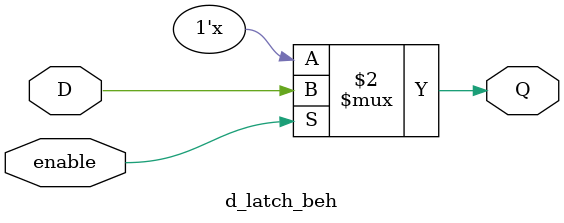
<source format=v>
module d_latch_beh (
    input enable, D,
    output reg Q
);
    always @ (enable, D)
        if (enable) Q <= D;
endmodule

</source>
